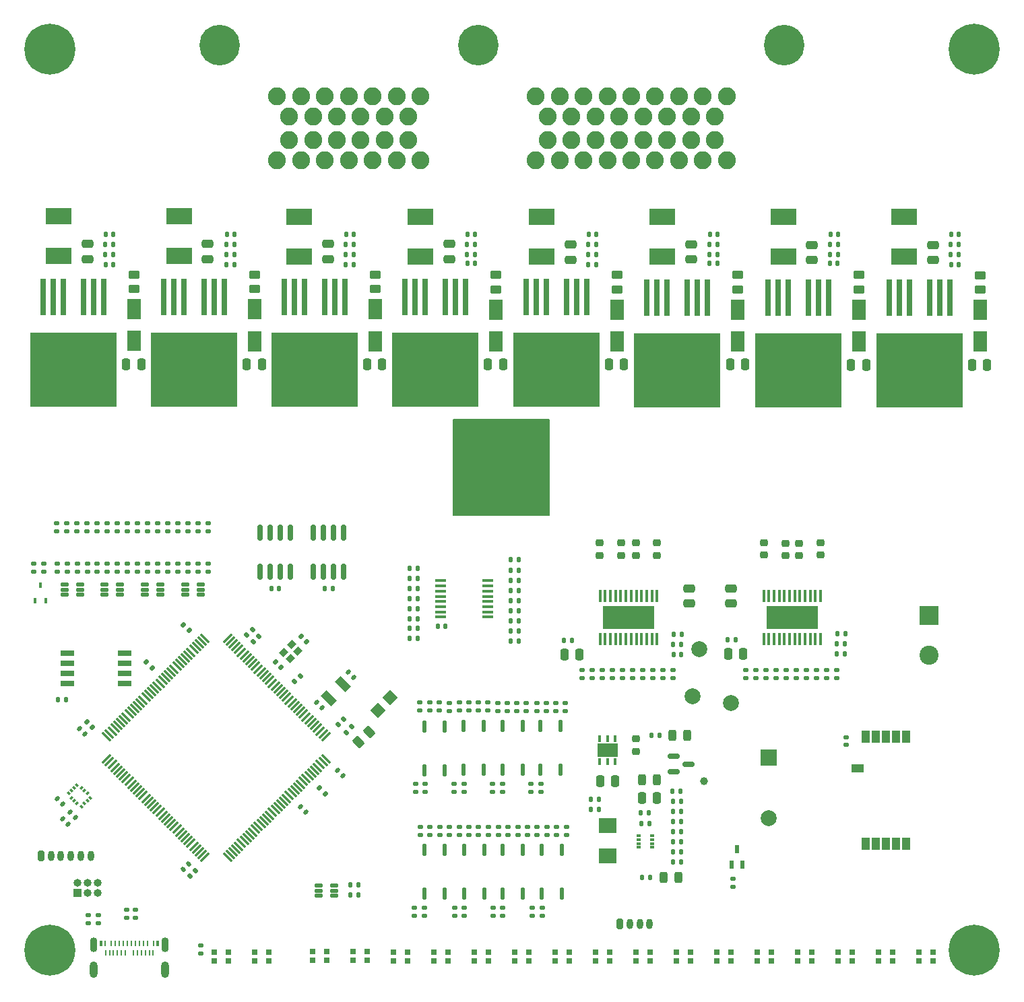
<source format=gbr>
%TF.GenerationSoftware,KiCad,Pcbnew,(6.0.8)*%
%TF.CreationDate,2023-06-01T04:18:13+02:00*%
%TF.ProjectId,pdms,70646d73-2e6b-4696-9361-645f70636258,rev?*%
%TF.SameCoordinates,Original*%
%TF.FileFunction,Soldermask,Top*%
%TF.FilePolarity,Negative*%
%FSLAX46Y46*%
G04 Gerber Fmt 4.6, Leading zero omitted, Abs format (unit mm)*
G04 Created by KiCad (PCBNEW (6.0.8)) date 2023-06-01 04:18:13*
%MOMM*%
%LPD*%
G01*
G04 APERTURE LIST*
G04 Aperture macros list*
%AMRoundRect*
0 Rectangle with rounded corners*
0 $1 Rounding radius*
0 $2 $3 $4 $5 $6 $7 $8 $9 X,Y pos of 4 corners*
0 Add a 4 corners polygon primitive as box body*
4,1,4,$2,$3,$4,$5,$6,$7,$8,$9,$2,$3,0*
0 Add four circle primitives for the rounded corners*
1,1,$1+$1,$2,$3*
1,1,$1+$1,$4,$5*
1,1,$1+$1,$6,$7*
1,1,$1+$1,$8,$9*
0 Add four rect primitives between the rounded corners*
20,1,$1+$1,$2,$3,$4,$5,0*
20,1,$1+$1,$4,$5,$6,$7,0*
20,1,$1+$1,$6,$7,$8,$9,0*
20,1,$1+$1,$8,$9,$2,$3,0*%
%AMRotRect*
0 Rectangle, with rotation*
0 The origin of the aperture is its center*
0 $1 length*
0 $2 width*
0 $3 Rotation angle, in degrees counterclockwise*
0 Add horizontal line*
21,1,$1,$2,0,0,$3*%
G04 Aperture macros list end*
%ADD10RoundRect,0.140000X0.170000X-0.140000X0.170000X0.140000X-0.170000X0.140000X-0.170000X-0.140000X0*%
%ADD11RoundRect,0.135000X-0.135000X-0.185000X0.135000X-0.185000X0.135000X0.185000X-0.135000X0.185000X0*%
%ADD12RoundRect,0.135000X0.185000X-0.135000X0.185000X0.135000X-0.185000X0.135000X-0.185000X-0.135000X0*%
%ADD13RoundRect,0.135000X-0.185000X0.135000X-0.185000X-0.135000X0.185000X-0.135000X0.185000X0.135000X0*%
%ADD14RoundRect,0.250000X-0.450000X0.262500X-0.450000X-0.262500X0.450000X-0.262500X0.450000X0.262500X0*%
%ADD15RoundRect,0.140000X-0.219203X-0.021213X-0.021213X-0.219203X0.219203X0.021213X0.021213X0.219203X0*%
%ADD16RoundRect,0.135000X0.135000X0.185000X-0.135000X0.185000X-0.135000X-0.185000X0.135000X-0.185000X0*%
%ADD17C,2.000000*%
%ADD18R,0.800000X4.600000*%
%ADD19R,10.800000X9.400000*%
%ADD20R,0.700000X0.700000*%
%ADD21RoundRect,0.250000X0.250000X0.475000X-0.250000X0.475000X-0.250000X-0.475000X0.250000X-0.475000X0*%
%ADD22R,3.180000X2.000000*%
%ADD23RoundRect,0.225000X0.250000X-0.225000X0.250000X0.225000X-0.250000X0.225000X-0.250000X-0.225000X0*%
%ADD24RoundRect,0.250000X0.475000X-0.250000X0.475000X0.250000X-0.475000X0.250000X-0.475000X-0.250000X0*%
%ADD25RoundRect,0.200000X-0.200000X-0.450000X0.200000X-0.450000X0.200000X0.450000X-0.200000X0.450000X0*%
%ADD26O,0.800000X1.300000*%
%ADD27RoundRect,0.140000X0.140000X0.170000X-0.140000X0.170000X-0.140000X-0.170000X0.140000X-0.170000X0*%
%ADD28R,0.450000X1.525000*%
%ADD29R,6.500000X2.870000*%
%ADD30R,1.800000X2.500000*%
%ADD31RoundRect,0.150000X-0.587500X-0.150000X0.587500X-0.150000X0.587500X0.150000X-0.587500X0.150000X0*%
%ADD32RoundRect,0.135000X0.226274X0.035355X0.035355X0.226274X-0.226274X-0.035355X-0.035355X-0.226274X0*%
%ADD33RoundRect,0.225000X-0.250000X0.225000X-0.250000X-0.225000X0.250000X-0.225000X0.250000X0.225000X0*%
%ADD34RoundRect,0.019500X0.465500X0.175500X-0.465500X0.175500X-0.465500X-0.175500X0.465500X-0.175500X0*%
%ADD35RoundRect,0.019500X-0.465500X-0.175500X0.465500X-0.175500X0.465500X0.175500X-0.465500X0.175500X0*%
%ADD36R,1.000000X1.000000*%
%ADD37O,1.000000X1.000000*%
%ADD38R,1.750000X0.650000*%
%ADD39C,1.000000*%
%ADD40RoundRect,0.137500X0.137500X-0.587500X0.137500X0.587500X-0.137500X0.587500X-0.137500X-0.587500X0*%
%ADD41C,0.800000*%
%ADD42C,6.400000*%
%ADD43RoundRect,0.140000X0.219203X0.021213X0.021213X0.219203X-0.219203X-0.021213X-0.021213X-0.219203X0*%
%ADD44RoundRect,0.147500X0.017678X-0.226274X0.226274X-0.017678X-0.017678X0.226274X-0.226274X0.017678X0*%
%ADD45RoundRect,0.135000X-0.226274X-0.035355X-0.035355X-0.226274X0.226274X0.035355X0.035355X0.226274X0*%
%ADD46RoundRect,0.250000X-0.132583X0.503814X-0.503814X0.132583X0.132583X-0.503814X0.503814X-0.132583X0*%
%ADD47R,0.250000X0.750000*%
%ADD48R,0.300000X0.750000*%
%ADD49O,1.025000X2.050000*%
%ADD50O,0.925000X1.850000*%
%ADD51RoundRect,0.135000X-0.035355X0.226274X-0.226274X0.035355X0.035355X-0.226274X0.226274X-0.035355X0*%
%ADD52C,2.250000*%
%ADD53C,5.100000*%
%ADD54RoundRect,0.243750X0.243750X0.456250X-0.243750X0.456250X-0.243750X-0.456250X0.243750X-0.456250X0*%
%ADD55RoundRect,0.250000X-0.250000X-0.475000X0.250000X-0.475000X0.250000X0.475000X-0.250000X0.475000X0*%
%ADD56RotRect,0.300000X1.475000X315.000000*%
%ADD57RotRect,0.300000X1.475000X225.000000*%
%ADD58R,2.000000X2.000000*%
%ADD59C,2.200000*%
%ADD60R,0.475000X0.300000*%
%ADD61RoundRect,0.140000X-0.140000X-0.170000X0.140000X-0.170000X0.140000X0.170000X-0.140000X0.170000X0*%
%ADD62RoundRect,0.135000X0.035355X-0.226274X0.226274X-0.035355X-0.035355X0.226274X-0.226274X0.035355X0*%
%ADD63RotRect,0.250000X0.475000X45.000000*%
%ADD64RotRect,0.250000X0.475000X315.000000*%
%ADD65RoundRect,0.250000X-0.475000X0.250000X-0.475000X-0.250000X0.475000X-0.250000X0.475000X0.250000X0*%
%ADD66R,0.300000X0.850000*%
%ADD67R,2.500000X1.700000*%
%ADD68R,0.450000X0.700000*%
%ADD69RotRect,1.000000X1.800000X225.000000*%
%ADD70RotRect,0.900000X0.800000X45.000000*%
%ADD71RoundRect,0.150000X0.150000X-0.825000X0.150000X0.825000X-0.150000X0.825000X-0.150000X-0.825000X0*%
%ADD72RotRect,1.400000X1.400000X45.000000*%
%ADD73RoundRect,0.243750X-0.243750X-0.456250X0.243750X-0.456250X0.243750X0.456250X-0.243750X0.456250X0*%
%ADD74R,2.286000X1.854500*%
%ADD75R,1.475000X0.450000*%
%ADD76R,1.000000X1.600000*%
%ADD77R,1.600000X1.000000*%
%ADD78R,0.550000X1.000000*%
%ADD79R,2.400000X2.400000*%
%ADD80C,2.400000*%
%ADD81RoundRect,0.140000X-0.021213X0.219203X-0.219203X0.021213X0.021213X-0.219203X0.219203X-0.021213X0*%
G04 APERTURE END LIST*
D10*
%TO.C,C87*%
X120570000Y-132885000D03*
X120570000Y-131925000D03*
%TD*%
D11*
%TO.C,R8*%
X42668000Y-69977000D03*
X43688000Y-69977000D03*
%TD*%
D12*
%TO.C,R68*%
X21434000Y-111112000D03*
X21434000Y-110092000D03*
%TD*%
D13*
%TO.C,C91*%
X39481400Y-158138400D03*
X39481400Y-159158400D03*
%TD*%
D12*
%TO.C,R52*%
X84175600Y-144274000D03*
X84175600Y-143254000D03*
%TD*%
D13*
%TO.C,R88*%
X22606000Y-105027000D03*
X22606000Y-106047000D03*
%TD*%
D14*
%TO.C,R150*%
X122174000Y-73838750D03*
X122174000Y-75663750D03*
%TD*%
D12*
%TO.C,R34*%
X67056000Y-144274000D03*
X67056000Y-143254000D03*
%TD*%
D15*
%TO.C,C78*%
X56673256Y-136101293D03*
X57352078Y-136780115D03*
%TD*%
D12*
%TO.C,R83*%
X36586000Y-111110000D03*
X36586000Y-110090000D03*
%TD*%
D16*
%TO.C,R137*%
X79400200Y-119837200D03*
X78380200Y-119837200D03*
%TD*%
D17*
%TO.C,TP3*%
X102108000Y-120904000D03*
%TD*%
D11*
%TO.C,R46*%
X118514400Y-69951600D03*
X119534400Y-69951600D03*
%TD*%
D18*
%TO.C,IC1*%
X27279600Y-76575000D03*
X26009600Y-76575000D03*
X24739600Y-76575000D03*
X22199600Y-76575000D03*
X20929600Y-76575000D03*
X19659600Y-76575000D03*
D19*
X23469600Y-85725000D03*
%TD*%
D20*
%TO.C,D18*%
X75616400Y-160050000D03*
X75616400Y-158950000D03*
X73786400Y-158950000D03*
X73786400Y-160050000D03*
%TD*%
D12*
%TO.C,R77*%
X28979000Y-111112000D03*
X28979000Y-110092000D03*
%TD*%
D21*
%TO.C,C34*%
X123073200Y-85108450D03*
X121173200Y-85108450D03*
%TD*%
D11*
%TO.C,R143*%
X78380200Y-113487200D03*
X79400200Y-113487200D03*
%TD*%
D12*
%TO.C,R25*%
X96280000Y-124516000D03*
X96280000Y-123496000D03*
%TD*%
D22*
%TO.C,F9*%
X127882140Y-71543000D03*
X127882140Y-66543000D03*
%TD*%
D16*
%TO.C,R152*%
X79400200Y-114757200D03*
X78380200Y-114757200D03*
%TD*%
D23*
%TO.C,C73*%
X117348000Y-109029800D03*
X117348000Y-107479800D03*
%TD*%
D24*
%TO.C,C27*%
X85902800Y-71917600D03*
X85902800Y-70017600D03*
%TD*%
D25*
%TO.C,J5*%
X92125000Y-155450000D03*
D26*
X93375000Y-155450000D03*
X94625000Y-155450000D03*
X95875000Y-155450000D03*
%TD*%
D12*
%TO.C,R173*%
X31242000Y-154686000D03*
X31242000Y-153666000D03*
%TD*%
%TO.C,R106*%
X28956000Y-106047000D03*
X28956000Y-105027000D03*
%TD*%
D20*
%TO.C,D10*%
X55296400Y-160020000D03*
X55296400Y-158920000D03*
X53466400Y-158920000D03*
X53466400Y-160020000D03*
%TD*%
D13*
%TO.C,R130*%
X67564000Y-153388600D03*
X67564000Y-154408600D03*
%TD*%
D23*
%TO.C,C70*%
X110223000Y-109004800D03*
X110223000Y-107454800D03*
%TD*%
D27*
%TO.C,C32*%
X119532400Y-68681600D03*
X118572400Y-68681600D03*
%TD*%
D16*
%TO.C,R156*%
X79400200Y-112217200D03*
X78380200Y-112217200D03*
%TD*%
D28*
%TO.C,IC7*%
X89638000Y-119606000D03*
X90288000Y-119606000D03*
X90938000Y-119606000D03*
X91588000Y-119606000D03*
X92238000Y-119606000D03*
X92888000Y-119606000D03*
X93538000Y-119606000D03*
X94188000Y-119606000D03*
X94838000Y-119606000D03*
X95488000Y-119606000D03*
X96138000Y-119606000D03*
X96788000Y-119606000D03*
X96788000Y-114182000D03*
X96138000Y-114182000D03*
X95488000Y-114182000D03*
X94838000Y-114182000D03*
X94188000Y-114182000D03*
X93538000Y-114182000D03*
X92888000Y-114182000D03*
X92238000Y-114182000D03*
X91588000Y-114182000D03*
X90938000Y-114182000D03*
X90288000Y-114182000D03*
X89638000Y-114182000D03*
D29*
X93213000Y-116894000D03*
%TD*%
D20*
%TO.C,D21*%
X106096400Y-160050000D03*
X106096400Y-158950000D03*
X104266400Y-158950000D03*
X104266400Y-160050000D03*
%TD*%
D24*
%TO.C,C39*%
X131521200Y-71968400D03*
X131521200Y-70068400D03*
%TD*%
D13*
%TO.C,R80*%
X32766000Y-110094000D03*
X32766000Y-111114000D03*
%TD*%
D16*
%TO.C,R62*%
X99824000Y-142544800D03*
X98804000Y-142544800D03*
%TD*%
D12*
%TO.C,R9*%
X74345800Y-128602200D03*
X74345800Y-127582200D03*
%TD*%
D27*
%TO.C,C24*%
X89152000Y-68707000D03*
X88192000Y-68707000D03*
%TD*%
D30*
%TO.C,D5*%
X76550780Y-82168000D03*
X76550780Y-78168000D03*
%TD*%
D12*
%TO.C,R75*%
X26439000Y-111112000D03*
X26439000Y-110092000D03*
%TD*%
D31*
%TO.C,Q1*%
X98902400Y-134370800D03*
X98902400Y-136270800D03*
X100777400Y-135320800D03*
%TD*%
D11*
%TO.C,R109*%
X96063100Y-131724400D03*
X97083100Y-131724400D03*
%TD*%
D32*
%TO.C,C42*%
X49529108Y-123182699D03*
X48807860Y-122461451D03*
%TD*%
D13*
%TO.C,R49*%
X82956400Y-143254000D03*
X82956400Y-144274000D03*
%TD*%
%TO.C,R111*%
X70662800Y-127618200D03*
X70662800Y-128638200D03*
%TD*%
%TO.C,R179*%
X25273000Y-154303000D03*
X25273000Y-155323000D03*
%TD*%
D12*
%TO.C,R41*%
X74371200Y-144274000D03*
X74371200Y-143254000D03*
%TD*%
D24*
%TO.C,C23*%
X70662800Y-71816000D03*
X70662800Y-69916000D03*
%TD*%
D12*
%TO.C,R165*%
X39116000Y-106047000D03*
X39116000Y-105027000D03*
%TD*%
D13*
%TO.C,R112*%
X67665600Y-137767600D03*
X67665600Y-138787600D03*
%TD*%
D33*
%TO.C,C55*%
X94149900Y-132155800D03*
X94149900Y-133705800D03*
%TD*%
D21*
%TO.C,C54*%
X91549900Y-137430800D03*
X89649900Y-137430800D03*
%TD*%
D32*
%TO.C,C48*%
X33319957Y-123224560D03*
X32598709Y-122503312D03*
%TD*%
D15*
%TO.C,C81*%
X52004547Y-140724039D03*
X52683369Y-141402861D03*
%TD*%
D27*
%TO.C,C5*%
X43686000Y-68707000D03*
X42726000Y-68707000D03*
%TD*%
D34*
%TO.C,D24*%
X29324000Y-114046000D03*
X29324000Y-113396000D03*
X29324000Y-112746000D03*
D35*
X27364000Y-112746000D03*
X27364000Y-113396000D03*
X27364000Y-114046000D03*
%TD*%
D36*
%TO.C,J1*%
X23926800Y-151485600D03*
D37*
X23926800Y-150215600D03*
X25196800Y-151485600D03*
X25196800Y-150215600D03*
X26466800Y-151485600D03*
X26466800Y-150215600D03*
%TD*%
D13*
%TO.C,R122*%
X85242400Y-127607600D03*
X85242400Y-128627600D03*
%TD*%
D38*
%TO.C,IC20*%
X29910000Y-125160000D03*
X29910000Y-123890000D03*
X29910000Y-122620000D03*
X29910000Y-121350000D03*
X22660000Y-121350000D03*
X22660000Y-122620000D03*
X22660000Y-123890000D03*
X22660000Y-125160000D03*
%TD*%
D22*
%TO.C,F2*%
X21590000Y-71455000D03*
X21590000Y-66455000D03*
%TD*%
D11*
%TO.C,R153*%
X65682600Y-118262400D03*
X66702600Y-118262400D03*
%TD*%
D13*
%TO.C,R86*%
X40396000Y-110092000D03*
X40396000Y-111112000D03*
%TD*%
%TO.C,R162*%
X35306000Y-105027000D03*
X35306000Y-106047000D03*
%TD*%
D39*
%TO.C,TP1*%
X102666800Y-137500000D03*
%TD*%
D40*
%TO.C,U4*%
X72491600Y-136049200D03*
X75031600Y-136049200D03*
X75031600Y-130549200D03*
X72491600Y-130549200D03*
%TD*%
D41*
%TO.C,H2*%
X138336856Y-43730344D03*
X136639800Y-43027400D03*
X134942744Y-47124456D03*
D42*
X136639800Y-45427400D03*
D41*
X134239800Y-45427400D03*
X134942744Y-43730344D03*
X136639800Y-47827400D03*
X138336856Y-47124456D03*
X139039800Y-45427400D03*
%TD*%
D12*
%TO.C,R91*%
X26416000Y-106047000D03*
X26416000Y-105027000D03*
%TD*%
D20*
%TO.C,D15*%
X121336400Y-160050000D03*
X121336400Y-158950000D03*
X119506400Y-158950000D03*
X119506400Y-160050000D03*
%TD*%
D21*
%TO.C,C56*%
X96809600Y-139573000D03*
X94909600Y-139573000D03*
%TD*%
%TO.C,C22*%
X77449980Y-85070200D03*
X75549980Y-85070200D03*
%TD*%
D12*
%TO.C,R50*%
X81737200Y-144274000D03*
X81737200Y-143254000D03*
%TD*%
D13*
%TO.C,R124*%
X75565000Y-143254000D03*
X75565000Y-144274000D03*
%TD*%
D27*
%TO.C,C65*%
X49305400Y-113244400D03*
X48345400Y-113244400D03*
%TD*%
D43*
%TO.C,C82*%
X24883608Y-131584542D03*
X24204786Y-130905720D03*
%TD*%
D13*
%TO.C,R43*%
X78079600Y-143254000D03*
X78079600Y-144274000D03*
%TD*%
D18*
%TO.C,IC5*%
X87948520Y-76624750D03*
X86678520Y-76624750D03*
X85408520Y-76624750D03*
X82868520Y-76624750D03*
X81598520Y-76624750D03*
X80328520Y-76624750D03*
D19*
X84138520Y-85774750D03*
%TD*%
D13*
%TO.C,R133*%
X82346800Y-153414000D03*
X82346800Y-154434000D03*
%TD*%
D11*
%TO.C,R28*%
X85102000Y-119733000D03*
X86122000Y-119733000D03*
%TD*%
D14*
%TO.C,R151*%
X137381740Y-73851500D03*
X137381740Y-75676500D03*
%TD*%
D12*
%TO.C,R87*%
X21336000Y-106047000D03*
X21336000Y-105027000D03*
%TD*%
D13*
%TO.C,R132*%
X77419200Y-153414000D03*
X77419200Y-154434000D03*
%TD*%
D23*
%TO.C,C72*%
X114623000Y-109097800D03*
X114623000Y-107547800D03*
%TD*%
D44*
%TO.C,D33*%
X57715990Y-131337055D03*
X58401884Y-130651161D03*
%TD*%
D18*
%TO.C,IC3*%
X57533040Y-76599250D03*
X56263040Y-76599250D03*
X54993040Y-76599250D03*
X52453040Y-76599250D03*
X51183040Y-76599250D03*
X49913040Y-76599250D03*
D19*
X53723040Y-85749250D03*
%TD*%
D45*
%TO.C,C46*%
X52040752Y-119228559D03*
X52762000Y-119949807D03*
%TD*%
D13*
%TO.C,R100*%
X113036889Y-123474455D03*
X113036889Y-124494455D03*
%TD*%
%TO.C,R164*%
X37846000Y-105027000D03*
X37846000Y-106047000D03*
%TD*%
%TO.C,R107*%
X30226000Y-105027000D03*
X30226000Y-106047000D03*
%TD*%
D40*
%TO.C,U8*%
X72517000Y-151594000D03*
X75057000Y-151594000D03*
X75057000Y-146094000D03*
X72517000Y-146094000D03*
%TD*%
D12*
%TO.C,R110*%
X66446400Y-138787600D03*
X66446400Y-137767600D03*
%TD*%
D11*
%TO.C,C63*%
X88440800Y-140995400D03*
X89460800Y-140995400D03*
%TD*%
D12*
%TO.C,R119*%
X81127600Y-154434000D03*
X81127600Y-153414000D03*
%TD*%
D46*
%TO.C,R54*%
X60589235Y-131307765D03*
X59298765Y-132598235D03*
%TD*%
D18*
%TO.C,IC9*%
X133571740Y-76663000D03*
X132301740Y-76663000D03*
X131031740Y-76663000D03*
X128491740Y-76663000D03*
X127221740Y-76663000D03*
X125951740Y-76663000D03*
D19*
X129761740Y-85813000D03*
%TD*%
D16*
%TO.C,C60*%
X99824000Y-147624800D03*
X98804000Y-147624800D03*
%TD*%
D13*
%TO.C,R98*%
X110496889Y-123474455D03*
X110496889Y-124494455D03*
%TD*%
D21*
%TO.C,C30*%
X107865460Y-85095700D03*
X105965460Y-85095700D03*
%TD*%
D27*
%TO.C,C9*%
X58701440Y-68707000D03*
X57741440Y-68707000D03*
%TD*%
D47*
%TO.C,J6*%
X27430000Y-157838800D03*
X28230000Y-157838800D03*
X28730000Y-157838800D03*
X29230000Y-157838800D03*
X29730000Y-157838800D03*
X30230000Y-157838800D03*
X30730000Y-157838800D03*
X31230000Y-157838800D03*
X31730000Y-157838800D03*
X32230000Y-157838800D03*
X32730000Y-157838800D03*
X33530000Y-157838800D03*
X33480000Y-159088800D03*
X32980000Y-159088800D03*
X32480000Y-159088800D03*
X31980000Y-159088800D03*
X31480000Y-159088800D03*
X30980000Y-159088800D03*
X29980000Y-159088800D03*
X29480000Y-159088800D03*
X28980000Y-159088800D03*
X28480000Y-159088800D03*
X27980000Y-159088800D03*
X27480000Y-159088800D03*
D48*
X26930000Y-157838800D03*
X34030000Y-157838800D03*
D49*
X26030000Y-161213800D03*
X34930000Y-161213800D03*
D50*
X26030000Y-158013800D03*
X34930000Y-158013800D03*
%TD*%
D12*
%TO.C,R104*%
X119386889Y-124494455D03*
X119386889Y-123474455D03*
%TD*%
D51*
%TO.C,C49*%
X38799329Y-148709113D03*
X38078081Y-149430361D03*
%TD*%
D20*
%TO.C,D16*%
X70536400Y-160050000D03*
X70536400Y-158950000D03*
X68706400Y-158950000D03*
X68706400Y-160050000D03*
%TD*%
D52*
%TO.C,J2*%
X105558000Y-59396000D03*
X104058000Y-56896000D03*
X102558000Y-59396000D03*
X101058000Y-56896000D03*
X99558000Y-59396000D03*
X98058000Y-56896000D03*
X96558000Y-59396000D03*
X95058000Y-56896000D03*
X93558000Y-59396000D03*
X92058000Y-56896000D03*
X90558000Y-59396000D03*
X89058000Y-56896000D03*
X87558000Y-59396000D03*
X86058000Y-56896000D03*
X84558000Y-59396000D03*
X83058000Y-56896000D03*
X81558000Y-59396000D03*
X105558000Y-51396000D03*
X104058000Y-53896000D03*
X102558000Y-51396000D03*
X101058000Y-53896000D03*
X99558000Y-51396000D03*
X98058000Y-53896000D03*
X96558000Y-51396000D03*
X95058000Y-53896000D03*
X93558000Y-51396000D03*
X92058000Y-53896000D03*
X90558000Y-51396000D03*
X89058000Y-53896000D03*
X87558000Y-51396000D03*
X86058000Y-53896000D03*
X84558000Y-51396000D03*
X83058000Y-53896000D03*
X81558000Y-51396000D03*
X67058000Y-59396000D03*
X65558000Y-56896000D03*
X64058000Y-59396000D03*
X62558000Y-56896000D03*
X61058000Y-59396000D03*
X59558000Y-56896000D03*
X58058000Y-59396000D03*
X56558000Y-56896000D03*
X55058000Y-59396000D03*
X53558000Y-56896000D03*
X52058000Y-59396000D03*
X50558000Y-56896000D03*
X49058000Y-59396000D03*
X67058000Y-51396000D03*
X65558000Y-53896000D03*
X64058000Y-51396000D03*
X62558000Y-53896000D03*
X61058000Y-51396000D03*
X59558000Y-53896000D03*
X58058000Y-51396000D03*
X56558000Y-53896000D03*
X55058000Y-51396000D03*
X53558000Y-53896000D03*
X52058000Y-51396000D03*
X50558000Y-53896000D03*
X49058000Y-51396000D03*
D53*
X112808000Y-44896000D03*
X74308000Y-44896000D03*
X41808000Y-44896000D03*
%TD*%
D30*
%TO.C,D1*%
X31089600Y-82131000D03*
X31089600Y-78131000D03*
%TD*%
D54*
%TO.C,D34*%
X99517200Y-149606000D03*
X97642200Y-149606000D03*
%TD*%
D13*
%TO.C,R92*%
X27686000Y-105027000D03*
X27686000Y-106047000D03*
%TD*%
D16*
%TO.C,R154*%
X66677000Y-119481600D03*
X65657000Y-119481600D03*
%TD*%
D11*
%TO.C,R141*%
X65682600Y-115824000D03*
X66702600Y-115824000D03*
%TD*%
D13*
%TO.C,R71*%
X25244000Y-110092000D03*
X25244000Y-111112000D03*
%TD*%
%TO.C,R97*%
X109226889Y-123474455D03*
X109226889Y-124494455D03*
%TD*%
D27*
%TO.C,C28*%
X104392000Y-68681600D03*
X103432000Y-68681600D03*
%TD*%
D20*
%TO.C,D36*%
X48016400Y-160062000D03*
X48016400Y-158962000D03*
X46186400Y-158962000D03*
X46186400Y-160062000D03*
%TD*%
D55*
%TO.C,C19*%
X85170000Y-121511000D03*
X87070000Y-121511000D03*
%TD*%
D11*
%TO.C,R60*%
X98804000Y-145084800D03*
X99824000Y-145084800D03*
%TD*%
%TO.C,R96*%
X119384889Y-120219455D03*
X120404889Y-120219455D03*
%TD*%
D20*
%TO.C,D30*%
X101016400Y-160050000D03*
X101016400Y-158950000D03*
X99186400Y-158950000D03*
X99186400Y-160050000D03*
%TD*%
D11*
%TO.C,R53*%
X133722140Y-71221600D03*
X134742140Y-71221600D03*
%TD*%
D27*
%TO.C,C64*%
X56004400Y-113244400D03*
X55044400Y-113244400D03*
%TD*%
D12*
%TO.C,R175*%
X30099000Y-154686000D03*
X30099000Y-153666000D03*
%TD*%
D18*
%TO.C,IC2*%
X42409600Y-76586500D03*
X41139600Y-76586500D03*
X39869600Y-76586500D03*
X37329600Y-76586500D03*
X36059600Y-76586500D03*
X34789600Y-76586500D03*
D19*
X38599600Y-85736500D03*
%TD*%
D13*
%TO.C,R166*%
X40386000Y-105027000D03*
X40386000Y-106047000D03*
%TD*%
D11*
%TO.C,R105*%
X119427889Y-118949455D03*
X120447889Y-118949455D03*
%TD*%
D56*
%TO.C,IC19*%
X55174508Y-131868942D03*
X54820955Y-131515388D03*
X54467401Y-131161835D03*
X54113848Y-130808282D03*
X53760294Y-130454728D03*
X53406741Y-130101175D03*
X53053188Y-129747621D03*
X52699634Y-129394068D03*
X52346081Y-129040515D03*
X51992527Y-128686961D03*
X51638974Y-128333408D03*
X51285421Y-127979854D03*
X50931867Y-127626301D03*
X50578314Y-127272748D03*
X50224760Y-126919194D03*
X49871207Y-126565641D03*
X49517654Y-126212087D03*
X49164100Y-125858534D03*
X48810547Y-125504981D03*
X48456994Y-125151427D03*
X48103440Y-124797874D03*
X47749887Y-124444321D03*
X47396333Y-124090767D03*
X47042780Y-123737214D03*
X46689227Y-123383660D03*
X46335673Y-123030107D03*
X45982120Y-122676554D03*
X45628566Y-122323000D03*
X45275013Y-121969447D03*
X44921460Y-121615893D03*
X44567906Y-121262340D03*
X44214353Y-120908787D03*
X43860799Y-120555233D03*
X43507246Y-120201680D03*
X43153693Y-119848126D03*
X42800139Y-119494573D03*
D57*
X39988683Y-119494573D03*
X39635129Y-119848126D03*
X39281576Y-120201680D03*
X38928023Y-120555233D03*
X38574469Y-120908787D03*
X38220916Y-121262340D03*
X37867362Y-121615893D03*
X37513809Y-121969447D03*
X37160256Y-122323000D03*
X36806702Y-122676554D03*
X36453149Y-123030107D03*
X36099595Y-123383660D03*
X35746042Y-123737214D03*
X35392489Y-124090767D03*
X35038935Y-124444321D03*
X34685382Y-124797874D03*
X34331828Y-125151427D03*
X33978275Y-125504981D03*
X33624722Y-125858534D03*
X33271168Y-126212087D03*
X32917615Y-126565641D03*
X32564062Y-126919194D03*
X32210508Y-127272748D03*
X31856955Y-127626301D03*
X31503401Y-127979854D03*
X31149848Y-128333408D03*
X30796295Y-128686961D03*
X30442741Y-129040515D03*
X30089188Y-129394068D03*
X29735634Y-129747621D03*
X29382081Y-130101175D03*
X29028528Y-130454728D03*
X28674974Y-130808282D03*
X28321421Y-131161835D03*
X27967867Y-131515388D03*
X27614314Y-131868942D03*
D56*
X27614314Y-134680398D03*
X27967867Y-135033952D03*
X28321421Y-135387505D03*
X28674974Y-135741058D03*
X29028528Y-136094612D03*
X29382081Y-136448165D03*
X29735634Y-136801719D03*
X30089188Y-137155272D03*
X30442741Y-137508825D03*
X30796295Y-137862379D03*
X31149848Y-138215932D03*
X31503401Y-138569486D03*
X31856955Y-138923039D03*
X32210508Y-139276592D03*
X32564062Y-139630146D03*
X32917615Y-139983699D03*
X33271168Y-140337253D03*
X33624722Y-140690806D03*
X33978275Y-141044359D03*
X34331828Y-141397913D03*
X34685382Y-141751466D03*
X35038935Y-142105019D03*
X35392489Y-142458573D03*
X35746042Y-142812126D03*
X36099595Y-143165680D03*
X36453149Y-143519233D03*
X36806702Y-143872786D03*
X37160256Y-144226340D03*
X37513809Y-144579893D03*
X37867362Y-144933447D03*
X38220916Y-145287000D03*
X38574469Y-145640553D03*
X38928023Y-145994107D03*
X39281576Y-146347660D03*
X39635129Y-146701214D03*
X39988683Y-147054767D03*
D57*
X42800139Y-147054767D03*
X43153693Y-146701214D03*
X43507246Y-146347660D03*
X43860799Y-145994107D03*
X44214353Y-145640553D03*
X44567906Y-145287000D03*
X44921460Y-144933447D03*
X45275013Y-144579893D03*
X45628566Y-144226340D03*
X45982120Y-143872786D03*
X46335673Y-143519233D03*
X46689227Y-143165680D03*
X47042780Y-142812126D03*
X47396333Y-142458573D03*
X47749887Y-142105019D03*
X48103440Y-141751466D03*
X48456994Y-141397913D03*
X48810547Y-141044359D03*
X49164100Y-140690806D03*
X49517654Y-140337253D03*
X49871207Y-139983699D03*
X50224760Y-139630146D03*
X50578314Y-139276592D03*
X50931867Y-138923039D03*
X51285421Y-138569486D03*
X51638974Y-138215932D03*
X51992527Y-137862379D03*
X52346081Y-137508825D03*
X52699634Y-137155272D03*
X53053188Y-136801719D03*
X53406741Y-136448165D03*
X53760294Y-136094612D03*
X54113848Y-135741058D03*
X54467401Y-135387505D03*
X54820955Y-135033952D03*
X55174508Y-134680398D03*
%TD*%
D12*
%TO.C,R161*%
X34036000Y-106047000D03*
X34036000Y-105027000D03*
%TD*%
D23*
%TO.C,C16*%
X94150000Y-109075000D03*
X94150000Y-107525000D03*
%TD*%
D11*
%TO.C,R3*%
X27430000Y-69977000D03*
X28450000Y-69977000D03*
%TD*%
D34*
%TO.C,D26*%
X39471000Y-114046000D03*
X39471000Y-113396000D03*
X39471000Y-112746000D03*
D35*
X37511000Y-112746000D03*
X37511000Y-113396000D03*
X37511000Y-114046000D03*
%TD*%
D58*
%TO.C,BZ1*%
X110800000Y-134500000D03*
D17*
X110800000Y-142100000D03*
%TD*%
D20*
%TO.C,D29*%
X42936400Y-160062000D03*
X42936400Y-158962000D03*
X41106400Y-158962000D03*
X41106400Y-160062000D03*
%TD*%
D15*
%TO.C,C75*%
X22090589Y-142227589D03*
X22769411Y-142906411D03*
%TD*%
D59*
%TO.C,J3*%
X73380600Y-101854000D03*
X75920600Y-101854000D03*
X78460600Y-101854000D03*
X81000600Y-101854000D03*
X73380600Y-99314000D03*
X75920600Y-99314000D03*
X78460600Y-99314000D03*
X81000600Y-99314000D03*
X73380600Y-96774000D03*
X75920600Y-96774000D03*
X78460600Y-96774000D03*
X81000600Y-96774000D03*
X73380600Y-94234000D03*
X75920600Y-94234000D03*
X78460600Y-94234000D03*
X81000600Y-94234000D03*
%TD*%
D25*
%TO.C,J4*%
X19379400Y-146906400D03*
D26*
X20629400Y-146906400D03*
X21879400Y-146906400D03*
X23129400Y-146906400D03*
X24379400Y-146906400D03*
X25629400Y-146906400D03*
%TD*%
D60*
%TO.C,IC11*%
X94471500Y-144304800D03*
X94471500Y-144804800D03*
X94471500Y-145304800D03*
X94471500Y-145804800D03*
X96147500Y-145804800D03*
X96147500Y-145304800D03*
X96147500Y-144804800D03*
X96147500Y-144304800D03*
%TD*%
D12*
%TO.C,R4*%
X69456800Y-128602200D03*
X69456800Y-127582200D03*
%TD*%
D61*
%TO.C,C37*%
X133733600Y-72491600D03*
X134693600Y-72491600D03*
%TD*%
D13*
%TO.C,R131*%
X72517000Y-153414000D03*
X72517000Y-154434000D03*
%TD*%
D11*
%TO.C,R35*%
X88134000Y-69977000D03*
X89154000Y-69977000D03*
%TD*%
D12*
%TO.C,R19*%
X84074000Y-128627600D03*
X84074000Y-127607600D03*
%TD*%
D13*
%TO.C,R69*%
X22704000Y-110092000D03*
X22704000Y-111112000D03*
%TD*%
D24*
%TO.C,C4*%
X25196800Y-71816000D03*
X25196800Y-69916000D03*
%TD*%
D30*
%TO.C,D3*%
X61343040Y-82155250D03*
X61343040Y-78155250D03*
%TD*%
D62*
%TO.C,R66*%
X56710485Y-130366904D03*
X57431733Y-129645656D03*
%TD*%
D13*
%TO.C,R29*%
X87390000Y-123496000D03*
X87390000Y-124516000D03*
%TD*%
D20*
%TO.C,D19*%
X111176400Y-160050000D03*
X111176400Y-158950000D03*
X109346400Y-158950000D03*
X109346400Y-160050000D03*
%TD*%
D63*
%TO.C,IC15*%
X23908318Y-137947658D03*
X23554765Y-138301212D03*
X23201212Y-138654765D03*
X22847658Y-139008318D03*
D64*
X23201212Y-139591682D03*
X23554765Y-139945235D03*
X23908318Y-140298788D03*
D63*
X24491682Y-140652342D03*
X24845235Y-140298788D03*
X25198788Y-139945235D03*
X25552342Y-139591682D03*
D64*
X25198788Y-139008318D03*
X24845235Y-138654765D03*
X24491682Y-138301212D03*
%TD*%
D14*
%TO.C,R144*%
X31089600Y-73763500D03*
X31089600Y-75588500D03*
%TD*%
D30*
%TO.C,D2*%
X46219600Y-82142500D03*
X46219600Y-78142500D03*
%TD*%
D13*
%TO.C,R126*%
X85394800Y-143254000D03*
X85394800Y-144274000D03*
%TD*%
D61*
%TO.C,C6*%
X42700000Y-72517000D03*
X43660000Y-72517000D03*
%TD*%
D11*
%TO.C,R51*%
X133722140Y-69951600D03*
X134742140Y-69951600D03*
%TD*%
D23*
%TO.C,C17*%
X96800000Y-109075000D03*
X96800000Y-107525000D03*
%TD*%
D65*
%TO.C,C69*%
X106045000Y-113223000D03*
X106045000Y-115123000D03*
%TD*%
D12*
%TO.C,R79*%
X31496000Y-111114000D03*
X31496000Y-110094000D03*
%TD*%
D13*
%TO.C,R76*%
X27709000Y-110092000D03*
X27709000Y-111112000D03*
%TD*%
D62*
%TO.C,C43*%
X46039376Y-119960624D03*
X46760624Y-119239376D03*
%TD*%
D12*
%TO.C,R113*%
X71272400Y-138787600D03*
X71272400Y-137767600D03*
%TD*%
D14*
%TO.C,R149*%
X106966260Y-73826000D03*
X106966260Y-75651000D03*
%TD*%
D41*
%TO.C,H1*%
X18787544Y-47124456D03*
D42*
X20484600Y-45427400D03*
D41*
X18787544Y-43730344D03*
X22181656Y-47124456D03*
X20484600Y-47827400D03*
X22181656Y-43730344D03*
X20484600Y-43027400D03*
X22884600Y-45427400D03*
X18084600Y-45427400D03*
%TD*%
D12*
%TO.C,R14*%
X79146400Y-128627600D03*
X79146400Y-127607600D03*
%TD*%
%TO.C,R2*%
X66979800Y-128604199D03*
X66979800Y-127584199D03*
%TD*%
D13*
%TO.C,R44*%
X93740000Y-123496000D03*
X93740000Y-124516000D03*
%TD*%
D16*
%TO.C,C61*%
X99764500Y-138760200D03*
X98744500Y-138760200D03*
%TD*%
D13*
%TO.C,R21*%
X89930000Y-123496000D03*
X89930000Y-124516000D03*
%TD*%
D11*
%TO.C,R61*%
X98804000Y-146354800D03*
X99824000Y-146354800D03*
%TD*%
D20*
%TO.C,D17*%
X116256400Y-160050000D03*
X116256400Y-158950000D03*
X114426400Y-158950000D03*
X114426400Y-160050000D03*
%TD*%
D12*
%TO.C,R17*%
X81737200Y-128627600D03*
X81737200Y-127607600D03*
%TD*%
D13*
%TO.C,R123*%
X70688200Y-143254000D03*
X70688200Y-144274000D03*
%TD*%
D17*
%TO.C,TP4*%
X106095800Y-127685800D03*
%TD*%
D66*
%TO.C,IC10*%
X89603500Y-135045400D03*
X90553500Y-135045400D03*
X91503500Y-135045400D03*
X91503500Y-132145400D03*
X90553500Y-132145400D03*
X89603500Y-132145400D03*
D67*
X90553500Y-133595400D03*
%TD*%
D61*
%TO.C,C10*%
X57686000Y-72517000D03*
X58646000Y-72517000D03*
%TD*%
D21*
%TO.C,C3*%
X31988800Y-85033200D03*
X30088800Y-85033200D03*
%TD*%
D32*
%TO.C,C41*%
X25826183Y-130721165D03*
X25104935Y-129999917D03*
%TD*%
D12*
%TO.C,R103*%
X118116889Y-124494455D03*
X118116889Y-123474455D03*
%TD*%
D11*
%TO.C,R139*%
X78380200Y-116027200D03*
X79400200Y-116027200D03*
%TD*%
D61*
%TO.C,C86*%
X58270000Y-150550000D03*
X59230000Y-150550000D03*
%TD*%
D13*
%TO.C,R23*%
X92470000Y-123496000D03*
X92470000Y-124516000D03*
%TD*%
D11*
%TO.C,R64*%
X98787300Y-140019800D03*
X99807300Y-140019800D03*
%TD*%
D12*
%TO.C,R36*%
X69477466Y-144274000D03*
X69477466Y-143254000D03*
%TD*%
D11*
%TO.C,R37*%
X88134000Y-71247000D03*
X89154000Y-71247000D03*
%TD*%
D20*
%TO.C,D20*%
X80696400Y-160050000D03*
X80696400Y-158950000D03*
X78866400Y-158950000D03*
X78866400Y-160050000D03*
%TD*%
D68*
%TO.C,D37*%
X18654000Y-114792000D03*
X19954000Y-114792000D03*
X19304000Y-112792000D03*
%TD*%
D13*
%TO.C,R22*%
X91200000Y-123496000D03*
X91200000Y-124516000D03*
%TD*%
D41*
%TO.C,H3*%
X22207056Y-160434856D03*
X18812944Y-157040744D03*
X22207056Y-157040744D03*
X22910000Y-158737800D03*
X18812944Y-160434856D03*
D42*
X20510000Y-158737800D03*
D41*
X18110000Y-158737800D03*
X20510000Y-161137800D03*
X20510000Y-156337800D03*
%TD*%
D13*
%TO.C,R20*%
X88660000Y-123496000D03*
X88660000Y-124516000D03*
%TD*%
D12*
%TO.C,R114*%
X76149200Y-138787600D03*
X76149200Y-137767600D03*
%TD*%
D20*
%TO.C,D32*%
X95936400Y-160050000D03*
X95936400Y-158950000D03*
X94106400Y-158950000D03*
X94106400Y-160050000D03*
%TD*%
D18*
%TO.C,IC8*%
X118364000Y-76650250D03*
X117094000Y-76650250D03*
X115824000Y-76650250D03*
X113284000Y-76650250D03*
X112014000Y-76650250D03*
X110744000Y-76650250D03*
D19*
X114554000Y-85800250D03*
%TD*%
D69*
%TO.C,Y2*%
X55540647Y-127082534D03*
X57308413Y-125314768D03*
%TD*%
D13*
%TO.C,R125*%
X80518000Y-143254000D03*
X80518000Y-144274000D03*
%TD*%
D11*
%TO.C,R18*%
X72891180Y-69977000D03*
X73911180Y-69977000D03*
%TD*%
D30*
%TO.C,D9*%
X137381740Y-82219000D03*
X137381740Y-78219000D03*
%TD*%
D15*
%TO.C,C76*%
X23045166Y-141321503D03*
X23723988Y-142000325D03*
%TD*%
D61*
%TO.C,C2*%
X27488000Y-72517000D03*
X28448000Y-72517000D03*
%TD*%
D13*
%TO.C,R6*%
X73152000Y-127582200D03*
X73152000Y-128602200D03*
%TD*%
D22*
%TO.C,F3*%
X36720000Y-71466500D03*
X36720000Y-66466500D03*
%TD*%
D27*
%TO.C,C36*%
X134740140Y-68681600D03*
X133780140Y-68681600D03*
%TD*%
D21*
%TO.C,C38*%
X138280940Y-85121200D03*
X136380940Y-85121200D03*
%TD*%
D16*
%TO.C,C58*%
X95760000Y-141452600D03*
X94740000Y-141452600D03*
%TD*%
D13*
%TO.C,R129*%
X82245200Y-137767600D03*
X82245200Y-138787600D03*
%TD*%
D22*
%TO.C,F4*%
X51843440Y-71479250D03*
X51843440Y-66479250D03*
%TD*%
D11*
%TO.C,C62*%
X88440800Y-139725400D03*
X89460800Y-139725400D03*
%TD*%
D13*
%TO.C,R38*%
X73152000Y-143254000D03*
X73152000Y-144274000D03*
%TD*%
D11*
%TO.C,R42*%
X103374000Y-71221600D03*
X104394000Y-71221600D03*
%TD*%
D13*
%TO.C,R95*%
X107956889Y-123474455D03*
X107956889Y-124494455D03*
%TD*%
D14*
%TO.C,R147*%
X76550780Y-73800500D03*
X76550780Y-75625500D03*
%TD*%
D12*
%TO.C,R24*%
X95010000Y-124516000D03*
X95010000Y-123496000D03*
%TD*%
D13*
%TO.C,R128*%
X77419200Y-137767600D03*
X77419200Y-138787600D03*
%TD*%
D12*
%TO.C,R118*%
X76200000Y-154434000D03*
X76200000Y-153414000D03*
%TD*%
D24*
%TO.C,C12*%
X55473600Y-71816000D03*
X55473600Y-69916000D03*
%TD*%
D15*
%TO.C,C85*%
X58031362Y-123720667D03*
X58710184Y-124399489D03*
%TD*%
D22*
%TO.C,F5*%
X67051180Y-71492000D03*
X67051180Y-66492000D03*
%TD*%
D20*
%TO.C,D13*%
X126416400Y-160050000D03*
X126416400Y-158950000D03*
X124586400Y-158950000D03*
X124586400Y-160050000D03*
%TD*%
D12*
%TO.C,R159*%
X31496000Y-106047000D03*
X31496000Y-105027000D03*
%TD*%
D11*
%TO.C,R10*%
X42668000Y-71247000D03*
X43688000Y-71247000D03*
%TD*%
D61*
%TO.C,C25*%
X88166000Y-72517000D03*
X89126000Y-72517000D03*
%TD*%
D11*
%TO.C,R30*%
X98818000Y-120241000D03*
X99838000Y-120241000D03*
%TD*%
D30*
%TO.C,D7*%
X106966260Y-82193500D03*
X106966260Y-78193500D03*
%TD*%
D21*
%TO.C,C11*%
X62242240Y-85057450D03*
X60342240Y-85057450D03*
%TD*%
D24*
%TO.C,C35*%
X116281200Y-71943000D03*
X116281200Y-70043000D03*
%TD*%
D16*
%TO.C,C59*%
X99837300Y-143814800D03*
X98817300Y-143814800D03*
%TD*%
D22*
%TO.C,F7*%
X97466660Y-71517500D03*
X97466660Y-66517500D03*
%TD*%
D15*
%TO.C,C74*%
X21385589Y-139660589D03*
X22064411Y-140339411D03*
%TD*%
D20*
%TO.C,D14*%
X65456400Y-160050000D03*
X65456400Y-158950000D03*
X63626400Y-158950000D03*
X63626400Y-160050000D03*
%TD*%
D17*
%TO.C,TP2*%
X101250000Y-126796800D03*
%TD*%
D27*
%TO.C,C67*%
X120374889Y-121489455D03*
X119414889Y-121489455D03*
%TD*%
D12*
%TO.C,R26*%
X97550000Y-124516000D03*
X97550000Y-123496000D03*
%TD*%
D11*
%TO.C,R94*%
X105668889Y-119711455D03*
X106688889Y-119711455D03*
%TD*%
%TO.C,R13*%
X57683440Y-69977000D03*
X58703440Y-69977000D03*
%TD*%
D70*
%TO.C,Y1*%
X50678864Y-122089512D03*
X51668813Y-121099563D03*
X50890996Y-120321746D03*
X49901047Y-121311695D03*
%TD*%
D12*
%TO.C,R81*%
X34036000Y-111114000D03*
X34036000Y-110094000D03*
%TD*%
D11*
%TO.C,R155*%
X78380200Y-110947200D03*
X79400200Y-110947200D03*
%TD*%
D12*
%TO.C,R117*%
X71374000Y-154434000D03*
X71374000Y-153414000D03*
%TD*%
D14*
%TO.C,R148*%
X91758520Y-73813250D03*
X91758520Y-75638250D03*
%TD*%
D12*
%TO.C,R47*%
X79298800Y-144274000D03*
X79298800Y-143254000D03*
%TD*%
D71*
%TO.C,U2*%
X53619400Y-111147400D03*
X54889400Y-111147400D03*
X56159400Y-111147400D03*
X57429400Y-111147400D03*
X57429400Y-106197400D03*
X56159400Y-106197400D03*
X54889400Y-106197400D03*
X53619400Y-106197400D03*
%TD*%
D14*
%TO.C,R145*%
X46219600Y-73775000D03*
X46219600Y-75600000D03*
%TD*%
D40*
%TO.C,U9*%
X77419200Y-151594000D03*
X79959200Y-151594000D03*
X79959200Y-146094000D03*
X77419200Y-146094000D03*
%TD*%
D13*
%TO.C,R82*%
X35306000Y-110096000D03*
X35306000Y-111116000D03*
%TD*%
D11*
%TO.C,R157*%
X65682600Y-110744000D03*
X66702600Y-110744000D03*
%TD*%
D40*
%TO.C,U7*%
X67589400Y-151619400D03*
X70129400Y-151619400D03*
X70129400Y-146119400D03*
X67589400Y-146119400D03*
%TD*%
D12*
%TO.C,R163*%
X36576000Y-106047000D03*
X36576000Y-105027000D03*
%TD*%
D72*
%TO.C,C40*%
X63261817Y-126984183D03*
X61706183Y-128539817D03*
%TD*%
D12*
%TO.C,R115*%
X80975200Y-138787600D03*
X80975200Y-137767600D03*
%TD*%
D13*
%TO.C,R16*%
X82905600Y-127607600D03*
X82905600Y-128627600D03*
%TD*%
D12*
%TO.C,R102*%
X116846889Y-124494455D03*
X116846889Y-123474455D03*
%TD*%
D34*
%TO.C,D25*%
X34381000Y-114046000D03*
X34381000Y-113396000D03*
X34381000Y-112746000D03*
D35*
X32421000Y-112746000D03*
X32421000Y-113396000D03*
X32421000Y-114046000D03*
%TD*%
D61*
%TO.C,C21*%
X72954000Y-72390000D03*
X73914000Y-72390000D03*
%TD*%
D73*
%TO.C,F1*%
X94922100Y-137287000D03*
X96797100Y-137287000D03*
%TD*%
D27*
%TO.C,C13*%
X73909180Y-68707000D03*
X72949180Y-68707000D03*
%TD*%
D12*
%TO.C,R116*%
X66294000Y-154434000D03*
X66294000Y-153414000D03*
%TD*%
D20*
%TO.C,D12*%
X60376400Y-159999200D03*
X60376400Y-158899200D03*
X58546400Y-158899200D03*
X58546400Y-159999200D03*
%TD*%
D13*
%TO.C,R99*%
X111766889Y-123474455D03*
X111766889Y-124494455D03*
%TD*%
D16*
%TO.C,R158*%
X66702600Y-112014000D03*
X65682600Y-112014000D03*
%TD*%
D22*
%TO.C,F6*%
X82258920Y-71504750D03*
X82258920Y-66504750D03*
%TD*%
D13*
%TO.C,R127*%
X72593200Y-137767600D03*
X72593200Y-138787600D03*
%TD*%
D74*
%TO.C,L2*%
X90551000Y-146862800D03*
X90551000Y-143078300D03*
%TD*%
D12*
%TO.C,R7*%
X71932800Y-128602200D03*
X71932800Y-127582200D03*
%TD*%
D23*
%TO.C,C14*%
X89600000Y-109075000D03*
X89600000Y-107525000D03*
%TD*%
D24*
%TO.C,C8*%
X40335200Y-71816000D03*
X40335200Y-69916000D03*
%TD*%
D11*
%TO.C,R138*%
X65680400Y-113233200D03*
X66700400Y-113233200D03*
%TD*%
D40*
%TO.C,U6*%
X82143600Y-136049200D03*
X84683600Y-136049200D03*
X84683600Y-130549200D03*
X82143600Y-130549200D03*
%TD*%
D55*
%TO.C,C68*%
X105736889Y-121489455D03*
X107636889Y-121489455D03*
%TD*%
D14*
%TO.C,R146*%
X61343040Y-73787750D03*
X61343040Y-75612750D03*
%TD*%
D11*
%TO.C,R5*%
X27430000Y-71247000D03*
X28450000Y-71247000D03*
%TD*%
D35*
%TO.C,IC12*%
X54270000Y-150600000D03*
X54270000Y-151250000D03*
X54270000Y-151900000D03*
D34*
X56230000Y-151900000D03*
X56230000Y-151250000D03*
X56230000Y-150600000D03*
%TD*%
D21*
%TO.C,C26*%
X92657720Y-85082950D03*
X90757720Y-85082950D03*
%TD*%
D11*
%TO.C,R31*%
X98861000Y-118971000D03*
X99881000Y-118971000D03*
%TD*%
D16*
%TO.C,C57*%
X95819500Y-142798800D03*
X94799500Y-142798800D03*
%TD*%
D75*
%TO.C,IC13*%
X75482600Y-116829000D03*
X75482600Y-116179000D03*
X75482600Y-115529000D03*
X75482600Y-114879000D03*
X75482600Y-114229000D03*
X75482600Y-113579000D03*
X75482600Y-112929000D03*
X75482600Y-112279000D03*
X69606600Y-112279000D03*
X69606600Y-112929000D03*
X69606600Y-113579000D03*
X69606600Y-114229000D03*
X69606600Y-114879000D03*
X69606600Y-115529000D03*
X69606600Y-116179000D03*
X69606600Y-116829000D03*
%TD*%
D61*
%TO.C,C29*%
X103406000Y-72390000D03*
X104366000Y-72390000D03*
%TD*%
D62*
%TO.C,C53*%
X51239376Y-124960624D03*
X51960624Y-124239376D03*
%TD*%
D23*
%TO.C,C71*%
X112933400Y-109097800D03*
X112933400Y-107547800D03*
%TD*%
D40*
%TO.C,U1*%
X67532600Y-136078200D03*
X70072600Y-136078200D03*
X70072600Y-130578200D03*
X67532600Y-130578200D03*
%TD*%
D23*
%TO.C,C15*%
X92300000Y-109075000D03*
X92300000Y-107525000D03*
%TD*%
D16*
%TO.C,R63*%
X99807300Y-141289800D03*
X98787300Y-141289800D03*
%TD*%
D11*
%TO.C,R134*%
X78380200Y-118567200D03*
X79400200Y-118567200D03*
%TD*%
%TO.C,R108*%
X94943200Y-149606000D03*
X95963200Y-149606000D03*
%TD*%
D71*
%TO.C,U3*%
X46888400Y-111147400D03*
X48158400Y-111147400D03*
X49428400Y-111147400D03*
X50698400Y-111147400D03*
X50698400Y-106197400D03*
X49428400Y-106197400D03*
X48158400Y-106197400D03*
X46888400Y-106197400D03*
%TD*%
D20*
%TO.C,D31*%
X90856400Y-160050000D03*
X90856400Y-158950000D03*
X89026400Y-158950000D03*
X89026400Y-160050000D03*
%TD*%
D34*
%TO.C,D23*%
X24319000Y-114046000D03*
X24319000Y-113396000D03*
X24319000Y-112746000D03*
D35*
X22359000Y-112746000D03*
X22359000Y-113396000D03*
X22359000Y-114046000D03*
%TD*%
D54*
%TO.C,D35*%
X100581700Y-131673600D03*
X98706700Y-131673600D03*
%TD*%
D13*
%TO.C,R180*%
X26543000Y-154303000D03*
X26543000Y-155323000D03*
%TD*%
%TO.C,R11*%
X77978000Y-127607600D03*
X77978000Y-128627600D03*
%TD*%
D18*
%TO.C,IC4*%
X72740780Y-76612000D03*
X71470780Y-76612000D03*
X70200780Y-76612000D03*
X67660780Y-76612000D03*
X66390780Y-76612000D03*
X65120780Y-76612000D03*
D19*
X68930780Y-85762000D03*
%TD*%
D40*
%TO.C,U5*%
X77368400Y-136049200D03*
X79908400Y-136049200D03*
X79908400Y-130549200D03*
X77368400Y-130549200D03*
%TD*%
D16*
%TO.C,R142*%
X66702600Y-117094000D03*
X65682600Y-117094000D03*
%TD*%
D11*
%TO.C,R32*%
X72891180Y-71247000D03*
X73911180Y-71247000D03*
%TD*%
D32*
%TO.C,C50*%
X38007290Y-118540056D03*
X37286042Y-117818808D03*
%TD*%
D13*
%TO.C,R90*%
X25146000Y-105027000D03*
X25146000Y-106047000D03*
%TD*%
%TO.C,R172*%
X19685000Y-110107000D03*
X19685000Y-111127000D03*
%TD*%
D12*
%TO.C,R85*%
X39126000Y-111110000D03*
X39126000Y-110090000D03*
%TD*%
D11*
%TO.C,R15*%
X57683440Y-71247000D03*
X58703440Y-71247000D03*
%TD*%
D76*
%TO.C,U11*%
X128100000Y-145355000D03*
X126830000Y-145355000D03*
X125560000Y-145355000D03*
X124290000Y-145355000D03*
X123020000Y-145355000D03*
D77*
X122020000Y-135855000D03*
D76*
X123020000Y-131855000D03*
X124290000Y-131855000D03*
X125560000Y-131855000D03*
X126830000Y-131855000D03*
X128100000Y-131855000D03*
%TD*%
D12*
%TO.C,R39*%
X71983600Y-144274000D03*
X71983600Y-143254000D03*
%TD*%
D78*
%TO.C,Q2*%
X106200000Y-147950000D03*
X107500000Y-147950000D03*
X106850000Y-146050000D03*
%TD*%
D12*
%TO.C,R101*%
X115576889Y-124494455D03*
X115576889Y-123474455D03*
%TD*%
D41*
%TO.C,H4*%
X134942744Y-160434856D03*
X138336856Y-157040744D03*
X136639800Y-161137800D03*
X134239800Y-158737800D03*
D42*
X136639800Y-158737800D03*
D41*
X139039800Y-158737800D03*
X138336856Y-160434856D03*
X134942744Y-157040744D03*
X136639800Y-156337800D03*
%TD*%
D11*
%TO.C,R40*%
X103374000Y-69951600D03*
X104394000Y-69951600D03*
%TD*%
D13*
%TO.C,R160*%
X32766000Y-105027000D03*
X32766000Y-106047000D03*
%TD*%
D65*
%TO.C,C20*%
X100838000Y-113223000D03*
X100838000Y-115123000D03*
%TD*%
D16*
%TO.C,R140*%
X79400200Y-117297200D03*
X78380200Y-117297200D03*
%TD*%
D13*
%TO.C,R121*%
X80365600Y-127605600D03*
X80365600Y-128625600D03*
%TD*%
D11*
%TO.C,R48*%
X118514400Y-71221600D03*
X119534400Y-71221600D03*
%TD*%
D13*
%TO.C,R120*%
X75488800Y-127582200D03*
X75488800Y-128602200D03*
%TD*%
D28*
%TO.C,IC16*%
X110204889Y-119584455D03*
X110854889Y-119584455D03*
X111504889Y-119584455D03*
X112154889Y-119584455D03*
X112804889Y-119584455D03*
X113454889Y-119584455D03*
X114104889Y-119584455D03*
X114754889Y-119584455D03*
X115404889Y-119584455D03*
X116054889Y-119584455D03*
X116704889Y-119584455D03*
X117354889Y-119584455D03*
X117354889Y-114160455D03*
X116704889Y-114160455D03*
X116054889Y-114160455D03*
X115404889Y-114160455D03*
X114754889Y-114160455D03*
X114104889Y-114160455D03*
X113454889Y-114160455D03*
X112804889Y-114160455D03*
X112154889Y-114160455D03*
X111504889Y-114160455D03*
X110854889Y-114160455D03*
X110204889Y-114160455D03*
D29*
X113779889Y-116872455D03*
%TD*%
D21*
%TO.C,C7*%
X47118800Y-85044700D03*
X45218800Y-85044700D03*
%TD*%
D27*
%TO.C,C1*%
X28448000Y-68707000D03*
X27488000Y-68707000D03*
%TD*%
D79*
%TO.C,C88*%
X130937000Y-116666000D03*
D80*
X130937000Y-121666000D03*
%TD*%
D40*
%TO.C,U10*%
X82296000Y-151594000D03*
X84836000Y-151594000D03*
X84836000Y-146094000D03*
X82296000Y-146094000D03*
%TD*%
D15*
%TO.C,C84*%
X54021498Y-127603249D03*
X54700320Y-128282071D03*
%TD*%
D12*
%TO.C,R70*%
X23974000Y-111112000D03*
X23974000Y-110092000D03*
%TD*%
D61*
%TO.C,C33*%
X118519000Y-72390000D03*
X119479000Y-72390000D03*
%TD*%
D12*
%TO.C,R45*%
X76860400Y-144274000D03*
X76860400Y-143254000D03*
%TD*%
D24*
%TO.C,C31*%
X101092000Y-71877000D03*
X101092000Y-69977000D03*
%TD*%
D20*
%TO.C,D22*%
X85776400Y-160050000D03*
X85776400Y-158950000D03*
X83946400Y-158950000D03*
X83946400Y-160050000D03*
%TD*%
%TO.C,D11*%
X131496400Y-160050000D03*
X131496400Y-158950000D03*
X129666400Y-158950000D03*
X129666400Y-160050000D03*
%TD*%
D61*
%TO.C,C89*%
X69243000Y-117983000D03*
X70203000Y-117983000D03*
%TD*%
D13*
%TO.C,R33*%
X68266733Y-143254000D03*
X68266733Y-144274000D03*
%TD*%
D16*
%TO.C,R57*%
X59270000Y-151800000D03*
X58250000Y-151800000D03*
%TD*%
%TO.C,R135*%
X79402400Y-109601000D03*
X78382400Y-109601000D03*
%TD*%
D13*
%TO.C,R84*%
X37856000Y-110092000D03*
X37856000Y-111112000D03*
%TD*%
D27*
%TO.C,C18*%
X99808000Y-121511000D03*
X98848000Y-121511000D03*
%TD*%
D81*
%TO.C,C79*%
X37919264Y-147864968D03*
X37240442Y-148543790D03*
%TD*%
D13*
%TO.C,R78*%
X30249000Y-110092000D03*
X30249000Y-111112000D03*
%TD*%
D62*
%TO.C,C47*%
X45211778Y-119125197D03*
X45933026Y-118403949D03*
%TD*%
D12*
%TO.C,R27*%
X98820000Y-124516000D03*
X98820000Y-123496000D03*
%TD*%
D45*
%TO.C,R55*%
X54375618Y-138338544D03*
X55096866Y-139059792D03*
%TD*%
D13*
%TO.C,R93*%
X114306889Y-123474455D03*
X114306889Y-124494455D03*
%TD*%
D30*
%TO.C,D6*%
X91758520Y-82180750D03*
X91758520Y-78180750D03*
%TD*%
D11*
%TO.C,C66*%
X21508400Y-127193001D03*
X22528400Y-127193001D03*
%TD*%
D22*
%TO.C,F8*%
X112674400Y-71530250D03*
X112674400Y-66530250D03*
%TD*%
D18*
%TO.C,IC6*%
X103156260Y-76637500D03*
X101886260Y-76637500D03*
X100616260Y-76637500D03*
X98076260Y-76637500D03*
X96806260Y-76637500D03*
X95536260Y-76637500D03*
D19*
X99346260Y-85787500D03*
%TD*%
D30*
%TO.C,D8*%
X122174000Y-82206250D03*
X122174000Y-78206250D03*
%TD*%
D12*
%TO.C,R171*%
X18415000Y-111127000D03*
X18415000Y-110107000D03*
%TD*%
D16*
%TO.C,R136*%
X66700400Y-114503200D03*
X65680400Y-114503200D03*
%TD*%
D13*
%TO.C,R1*%
X68249800Y-127582200D03*
X68249800Y-128602200D03*
%TD*%
D12*
%TO.C,R12*%
X76809600Y-128625600D03*
X76809600Y-127605600D03*
%TD*%
%TO.C,R89*%
X23876000Y-106047000D03*
X23876000Y-105027000D03*
%TD*%
%TO.C,R72*%
X106299000Y-150751000D03*
X106299000Y-149731000D03*
%TD*%
G36*
X83254121Y-91968002D02*
G01*
X83300614Y-92021658D01*
X83312000Y-92074000D01*
X83312000Y-104014000D01*
X83291998Y-104082121D01*
X83238342Y-104128614D01*
X83186000Y-104140000D01*
X71246000Y-104140000D01*
X71177879Y-104119998D01*
X71131386Y-104066342D01*
X71120000Y-104014000D01*
X71120000Y-92074000D01*
X71140002Y-92005879D01*
X71193658Y-91959386D01*
X71246000Y-91948000D01*
X83186000Y-91948000D01*
X83254121Y-91968002D01*
G37*
M02*

</source>
